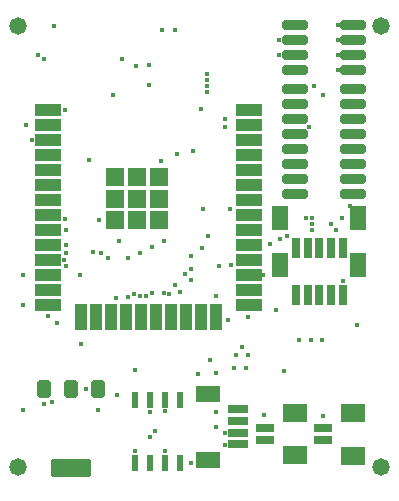
<source format=gts>
G04*
G04 #@! TF.GenerationSoftware,Altium Limited,Altium Designer,21.2.1 (34)*
G04*
G04 Layer_Color=8388736*
%FSLAX44Y44*%
%MOMM*%
G71*
G04*
G04 #@! TF.SameCoordinates,32138B9C-427C-45C4-8288-55465CA957BF*
G04*
G04*
G04 #@! TF.FilePolarity,Negative*
G04*
G01*
G75*
G04:AMPARAMS|DCode=10|XSize=1.1332mm|YSize=1.5132mm|CornerRadius=0.1714mm|HoleSize=0mm|Usage=FLASHONLY|Rotation=180.000|XOffset=0mm|YOffset=0mm|HoleType=Round|Shape=RoundedRectangle|*
%AMROUNDEDRECTD10*
21,1,1.1332,1.1705,0,0,180.0*
21,1,0.7905,1.5132,0,0,180.0*
1,1,0.3427,-0.3953,0.5853*
1,1,0.3427,0.3953,0.5853*
1,1,0.3427,0.3953,-0.5853*
1,1,0.3427,-0.3953,-0.5853*
%
%ADD10ROUNDEDRECTD10*%
G04:AMPARAMS|DCode=11|XSize=3.4432mm|YSize=1.5132mm|CornerRadius=0.1999mm|HoleSize=0mm|Usage=FLASHONLY|Rotation=180.000|XOffset=0mm|YOffset=0mm|HoleType=Round|Shape=RoundedRectangle|*
%AMROUNDEDRECTD11*
21,1,3.4432,1.1135,0,0,180.0*
21,1,3.0435,1.5132,0,0,180.0*
1,1,0.3997,-1.5218,0.5568*
1,1,0.3997,1.5218,0.5568*
1,1,0.3997,1.5218,-0.5568*
1,1,0.3997,-1.5218,-0.5568*
%
%ADD11ROUNDEDRECTD11*%
%ADD12R,0.5580X1.3561*%
%ADD13R,2.2032X1.1032*%
%ADD14R,1.1032X2.2032*%
%ADD15R,1.5332X1.5332*%
%ADD16R,0.8032X1.7532*%
%ADD17R,1.4032X2.0032*%
%ADD18R,2.0032X1.4032*%
%ADD19R,1.7532X0.8032*%
%ADD20R,1.5494X0.6604*%
%ADD21R,2.1082X1.4986*%
G04:AMPARAMS|DCode=22|XSize=2.1732mm|YSize=0.8032mm|CornerRadius=0.1766mm|HoleSize=0mm|Usage=FLASHONLY|Rotation=0.000|XOffset=0mm|YOffset=0mm|HoleType=Round|Shape=RoundedRectangle|*
%AMROUNDEDRECTD22*
21,1,2.1732,0.4500,0,0,0.0*
21,1,1.8200,0.8032,0,0,0.0*
1,1,0.3532,0.9100,-0.2250*
1,1,0.3532,-0.9100,-0.2250*
1,1,0.3532,-0.9100,0.2250*
1,1,0.3532,0.9100,0.2250*
%
%ADD22ROUNDEDRECTD22*%
%ADD23C,0.4032*%
%ADD24C,1.4732*%
D10*
X77510Y77900D02*
D03*
X54610D02*
D03*
X31710D02*
D03*
D11*
X54610Y11000D02*
D03*
D12*
X109220Y15191D02*
D03*
X121920D02*
D03*
X134620D02*
D03*
X147320D02*
D03*
Y68629D02*
D03*
X134620D02*
D03*
X121920D02*
D03*
X109220D02*
D03*
D13*
X35740Y313690D02*
D03*
Y300990D02*
D03*
Y288290D02*
D03*
Y275590D02*
D03*
Y262890D02*
D03*
Y250190D02*
D03*
Y237490D02*
D03*
Y224790D02*
D03*
Y212090D02*
D03*
Y199390D02*
D03*
Y186690D02*
D03*
Y173990D02*
D03*
Y161290D02*
D03*
Y148590D02*
D03*
X205740Y313690D02*
D03*
Y300990D02*
D03*
Y288290D02*
D03*
Y275590D02*
D03*
Y262890D02*
D03*
Y250190D02*
D03*
Y237490D02*
D03*
Y224790D02*
D03*
Y212090D02*
D03*
Y199390D02*
D03*
Y186690D02*
D03*
Y173990D02*
D03*
Y161290D02*
D03*
Y148590D02*
D03*
D14*
X63590Y138590D02*
D03*
X76290D02*
D03*
X88990D02*
D03*
X101690D02*
D03*
X114390D02*
D03*
X127090D02*
D03*
X139790D02*
D03*
X152490D02*
D03*
X165190D02*
D03*
X177890D02*
D03*
D15*
X129090Y238690D02*
D03*
X92070D02*
D03*
X110740D02*
D03*
Y220340D02*
D03*
X129090Y257040D02*
D03*
Y220340D02*
D03*
X92070Y257040D02*
D03*
X110740D02*
D03*
X92390Y220340D02*
D03*
D16*
X245110Y196850D02*
D03*
X255110D02*
D03*
X265110D02*
D03*
X275110D02*
D03*
X285110D02*
D03*
Y157480D02*
D03*
X275110D02*
D03*
X265110D02*
D03*
X255110D02*
D03*
X245110D02*
D03*
D17*
X232110Y222100D02*
D03*
X298110D02*
D03*
Y182730D02*
D03*
X232110D02*
D03*
D18*
X170880Y73720D02*
D03*
Y17720D02*
D03*
D19*
X196130Y60720D02*
D03*
Y50720D02*
D03*
Y40720D02*
D03*
Y30720D02*
D03*
D20*
X267970Y34290D02*
D03*
Y44290D02*
D03*
X219192Y34370D02*
D03*
Y44370D02*
D03*
D21*
X293220Y21290D02*
D03*
Y57290D02*
D03*
X244442Y21370D02*
D03*
Y57370D02*
D03*
D22*
X244490Y331470D02*
D03*
Y318770D02*
D03*
Y306070D02*
D03*
Y293370D02*
D03*
Y280670D02*
D03*
Y267970D02*
D03*
Y255270D02*
D03*
Y242570D02*
D03*
X293990D02*
D03*
Y255270D02*
D03*
Y267970D02*
D03*
Y280670D02*
D03*
Y293370D02*
D03*
Y306070D02*
D03*
Y318770D02*
D03*
Y331470D02*
D03*
X293940Y386080D02*
D03*
Y373380D02*
D03*
Y360680D02*
D03*
Y347980D02*
D03*
X244540D02*
D03*
Y360680D02*
D03*
Y373380D02*
D03*
Y386080D02*
D03*
D23*
X67632Y77792D02*
D03*
X77470Y59690D02*
D03*
X38980Y66430D02*
D03*
X193040Y95250D02*
D03*
X35560Y139700D02*
D03*
X63500Y115570D02*
D03*
X93980Y72390D02*
D03*
X280670Y373380D02*
D03*
Y360680D02*
D03*
Y347980D02*
D03*
X13970Y59690D02*
D03*
X31710Y64810D02*
D03*
X62230Y173990D02*
D03*
X125730Y41910D02*
D03*
X121920Y58420D02*
D03*
X49910Y221790D02*
D03*
X13970Y148590D02*
D03*
X109220Y25400D02*
D03*
Y93980D02*
D03*
X156210Y15191D02*
D03*
X134624Y59010D02*
D03*
X134620Y25400D02*
D03*
X177800Y91440D02*
D03*
X162560Y90170D02*
D03*
X228600Y144780D02*
D03*
X204470Y106680D02*
D03*
Y138430D02*
D03*
X13972Y173994D02*
D03*
X180340Y181610D02*
D03*
X156445Y179375D02*
D03*
X165640Y196770D02*
D03*
X156210Y190500D02*
D03*
X189230Y229870D02*
D03*
X142592Y381658D02*
D03*
X172180Y102107D02*
D03*
X93147Y154761D02*
D03*
X118110Y156210D02*
D03*
X123190Y158750D02*
D03*
X113230Y156010D02*
D03*
X103150Y155220D02*
D03*
X108303Y157856D02*
D03*
X177800Y156210D02*
D03*
X280670Y386080D02*
D03*
X16510Y300990D02*
D03*
X21590Y288290D02*
D03*
X267672Y119482D02*
D03*
X203200Y95250D02*
D03*
X199390Y113030D02*
D03*
X194310Y106680D02*
D03*
X247650Y119380D02*
D03*
X257810D02*
D03*
X190500Y182880D02*
D03*
X187840Y135770D02*
D03*
X260350Y334010D02*
D03*
X268005Y326355D02*
D03*
X256540Y299720D02*
D03*
X274860Y217570D02*
D03*
X284480Y222250D02*
D03*
X259080Y212090D02*
D03*
Y217170D02*
D03*
Y222250D02*
D03*
X297180Y132080D02*
D03*
X90170Y326390D02*
D03*
X131590Y381540D02*
D03*
X109607Y351301D02*
D03*
X50800Y193040D02*
D03*
X86361Y188537D02*
D03*
X151750Y174610D02*
D03*
X48594Y187043D02*
D03*
X156210Y170180D02*
D03*
X138150Y158470D02*
D03*
X130810Y270510D02*
D03*
X80550Y193040D02*
D03*
X69850Y271780D02*
D03*
X43180Y133350D02*
D03*
X50800Y181610D02*
D03*
X217710Y173990D02*
D03*
X223520Y200660D02*
D03*
X73372Y193951D02*
D03*
X50835Y199425D02*
D03*
X147455Y159894D02*
D03*
X142940Y165670D02*
D03*
X121920Y36830D02*
D03*
X50800Y212090D02*
D03*
X49530Y313690D02*
D03*
X254000Y222250D02*
D03*
X234950Y92710D02*
D03*
X165100Y314960D02*
D03*
X98361Y356916D02*
D03*
X120650Y335280D02*
D03*
Y351790D02*
D03*
X170008Y333838D02*
D03*
X170380Y344438D02*
D03*
X170450Y207452D02*
D03*
X185420Y299720D02*
D03*
Y306070D02*
D03*
X26670Y360680D02*
D03*
X31750Y356870D02*
D03*
X40640Y384810D02*
D03*
X232147Y204696D02*
D03*
X237490Y207010D02*
D03*
X291431Y232837D02*
D03*
X218440Y55880D02*
D03*
X267970Y54610D02*
D03*
X279400Y212090D02*
D03*
X185420Y40640D02*
D03*
Y30480D02*
D03*
X177800Y58420D02*
D03*
Y45720D02*
D03*
X170174Y339084D02*
D03*
X170180Y328930D02*
D03*
X166370Y229870D02*
D03*
X285085Y168942D02*
D03*
X231140Y373346D02*
D03*
Y360680D02*
D03*
X144780Y276860D02*
D03*
X158394Y279450D02*
D03*
X123208Y198156D02*
D03*
X133220Y202991D02*
D03*
X113208Y193040D02*
D03*
X95112Y202986D02*
D03*
X103230Y188503D02*
D03*
X78390Y220686D02*
D03*
X133220Y158707D02*
D03*
D24*
X10160Y11430D02*
D03*
X317500D02*
D03*
Y384810D02*
D03*
X10160D02*
D03*
M02*

</source>
